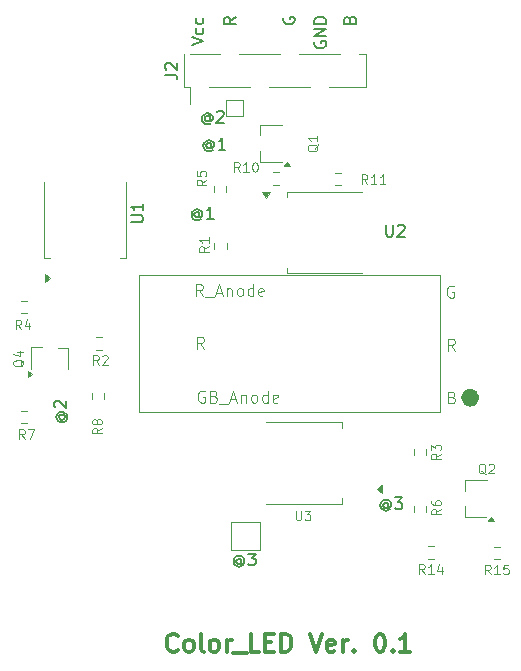
<source format=gbr>
%TF.GenerationSoftware,KiCad,Pcbnew,9.0.2*%
%TF.CreationDate,2025-11-10T02:45:49+09:00*%
%TF.ProjectId,Pmod_PLED,506d6f64-5f50-44c4-9544-2e6b69636164,rev?*%
%TF.SameCoordinates,Original*%
%TF.FileFunction,Legend,Top*%
%TF.FilePolarity,Positive*%
%FSLAX46Y46*%
G04 Gerber Fmt 4.6, Leading zero omitted, Abs format (unit mm)*
G04 Created by KiCad (PCBNEW 9.0.2) date 2025-11-10 02:45:49*
%MOMM*%
%LPD*%
G01*
G04 APERTURE LIST*
%ADD10C,0.150000*%
%ADD11C,0.300000*%
%ADD12C,0.100000*%
%ADD13C,0.120000*%
%ADD14C,0.778011*%
G04 APERTURE END LIST*
D10*
X135296426Y-72240828D02*
X135248807Y-72193209D01*
X135248807Y-72193209D02*
X135153569Y-72145590D01*
X135153569Y-72145590D02*
X135058331Y-72145590D01*
X135058331Y-72145590D02*
X134963093Y-72193209D01*
X134963093Y-72193209D02*
X134915474Y-72240828D01*
X134915474Y-72240828D02*
X134867855Y-72336066D01*
X134867855Y-72336066D02*
X134867855Y-72431304D01*
X134867855Y-72431304D02*
X134915474Y-72526542D01*
X134915474Y-72526542D02*
X134963093Y-72574161D01*
X134963093Y-72574161D02*
X135058331Y-72621780D01*
X135058331Y-72621780D02*
X135153569Y-72621780D01*
X135153569Y-72621780D02*
X135248807Y-72574161D01*
X135248807Y-72574161D02*
X135296426Y-72526542D01*
X135296426Y-72145590D02*
X135296426Y-72526542D01*
X135296426Y-72526542D02*
X135344045Y-72574161D01*
X135344045Y-72574161D02*
X135391664Y-72574161D01*
X135391664Y-72574161D02*
X135486903Y-72526542D01*
X135486903Y-72526542D02*
X135534522Y-72431304D01*
X135534522Y-72431304D02*
X135534522Y-72193209D01*
X135534522Y-72193209D02*
X135439284Y-72050352D01*
X135439284Y-72050352D02*
X135296426Y-71955114D01*
X135296426Y-71955114D02*
X135105950Y-71907495D01*
X135105950Y-71907495D02*
X134915474Y-71955114D01*
X134915474Y-71955114D02*
X134772617Y-72050352D01*
X134772617Y-72050352D02*
X134677379Y-72193209D01*
X134677379Y-72193209D02*
X134629760Y-72383685D01*
X134629760Y-72383685D02*
X134677379Y-72574161D01*
X134677379Y-72574161D02*
X134772617Y-72717019D01*
X134772617Y-72717019D02*
X134915474Y-72812257D01*
X134915474Y-72812257D02*
X135105950Y-72859876D01*
X135105950Y-72859876D02*
X135296426Y-72812257D01*
X135296426Y-72812257D02*
X135439284Y-72717019D01*
X136486902Y-72717019D02*
X135915474Y-72717019D01*
X136201188Y-72717019D02*
X136201188Y-71717019D01*
X136201188Y-71717019D02*
X136105950Y-71859876D01*
X136105950Y-71859876D02*
X136010712Y-71955114D01*
X136010712Y-71955114D02*
X135915474Y-72002733D01*
X134305826Y-78082828D02*
X134258207Y-78035209D01*
X134258207Y-78035209D02*
X134162969Y-77987590D01*
X134162969Y-77987590D02*
X134067731Y-77987590D01*
X134067731Y-77987590D02*
X133972493Y-78035209D01*
X133972493Y-78035209D02*
X133924874Y-78082828D01*
X133924874Y-78082828D02*
X133877255Y-78178066D01*
X133877255Y-78178066D02*
X133877255Y-78273304D01*
X133877255Y-78273304D02*
X133924874Y-78368542D01*
X133924874Y-78368542D02*
X133972493Y-78416161D01*
X133972493Y-78416161D02*
X134067731Y-78463780D01*
X134067731Y-78463780D02*
X134162969Y-78463780D01*
X134162969Y-78463780D02*
X134258207Y-78416161D01*
X134258207Y-78416161D02*
X134305826Y-78368542D01*
X134305826Y-77987590D02*
X134305826Y-78368542D01*
X134305826Y-78368542D02*
X134353445Y-78416161D01*
X134353445Y-78416161D02*
X134401064Y-78416161D01*
X134401064Y-78416161D02*
X134496303Y-78368542D01*
X134496303Y-78368542D02*
X134543922Y-78273304D01*
X134543922Y-78273304D02*
X134543922Y-78035209D01*
X134543922Y-78035209D02*
X134448684Y-77892352D01*
X134448684Y-77892352D02*
X134305826Y-77797114D01*
X134305826Y-77797114D02*
X134115350Y-77749495D01*
X134115350Y-77749495D02*
X133924874Y-77797114D01*
X133924874Y-77797114D02*
X133782017Y-77892352D01*
X133782017Y-77892352D02*
X133686779Y-78035209D01*
X133686779Y-78035209D02*
X133639160Y-78225685D01*
X133639160Y-78225685D02*
X133686779Y-78416161D01*
X133686779Y-78416161D02*
X133782017Y-78559019D01*
X133782017Y-78559019D02*
X133924874Y-78654257D01*
X133924874Y-78654257D02*
X134115350Y-78701876D01*
X134115350Y-78701876D02*
X134305826Y-78654257D01*
X134305826Y-78654257D02*
X134448684Y-78559019D01*
X135496302Y-78559019D02*
X134924874Y-78559019D01*
X135210588Y-78559019D02*
X135210588Y-77559019D01*
X135210588Y-77559019D02*
X135115350Y-77701876D01*
X135115350Y-77701876D02*
X135020112Y-77797114D01*
X135020112Y-77797114D02*
X134924874Y-77844733D01*
X135169426Y-69954828D02*
X135121807Y-69907209D01*
X135121807Y-69907209D02*
X135026569Y-69859590D01*
X135026569Y-69859590D02*
X134931331Y-69859590D01*
X134931331Y-69859590D02*
X134836093Y-69907209D01*
X134836093Y-69907209D02*
X134788474Y-69954828D01*
X134788474Y-69954828D02*
X134740855Y-70050066D01*
X134740855Y-70050066D02*
X134740855Y-70145304D01*
X134740855Y-70145304D02*
X134788474Y-70240542D01*
X134788474Y-70240542D02*
X134836093Y-70288161D01*
X134836093Y-70288161D02*
X134931331Y-70335780D01*
X134931331Y-70335780D02*
X135026569Y-70335780D01*
X135026569Y-70335780D02*
X135121807Y-70288161D01*
X135121807Y-70288161D02*
X135169426Y-70240542D01*
X135169426Y-69859590D02*
X135169426Y-70240542D01*
X135169426Y-70240542D02*
X135217045Y-70288161D01*
X135217045Y-70288161D02*
X135264664Y-70288161D01*
X135264664Y-70288161D02*
X135359903Y-70240542D01*
X135359903Y-70240542D02*
X135407522Y-70145304D01*
X135407522Y-70145304D02*
X135407522Y-69907209D01*
X135407522Y-69907209D02*
X135312284Y-69764352D01*
X135312284Y-69764352D02*
X135169426Y-69669114D01*
X135169426Y-69669114D02*
X134978950Y-69621495D01*
X134978950Y-69621495D02*
X134788474Y-69669114D01*
X134788474Y-69669114D02*
X134645617Y-69764352D01*
X134645617Y-69764352D02*
X134550379Y-69907209D01*
X134550379Y-69907209D02*
X134502760Y-70097685D01*
X134502760Y-70097685D02*
X134550379Y-70288161D01*
X134550379Y-70288161D02*
X134645617Y-70431019D01*
X134645617Y-70431019D02*
X134788474Y-70526257D01*
X134788474Y-70526257D02*
X134978950Y-70573876D01*
X134978950Y-70573876D02*
X135169426Y-70526257D01*
X135169426Y-70526257D02*
X135312284Y-70431019D01*
X135788474Y-69526257D02*
X135836093Y-69478638D01*
X135836093Y-69478638D02*
X135931331Y-69431019D01*
X135931331Y-69431019D02*
X136169426Y-69431019D01*
X136169426Y-69431019D02*
X136264664Y-69478638D01*
X136264664Y-69478638D02*
X136312283Y-69526257D01*
X136312283Y-69526257D02*
X136359902Y-69621495D01*
X136359902Y-69621495D02*
X136359902Y-69716733D01*
X136359902Y-69716733D02*
X136312283Y-69859590D01*
X136312283Y-69859590D02*
X135740855Y-70431019D01*
X135740855Y-70431019D02*
X136359902Y-70431019D01*
X122507428Y-95157773D02*
X122459809Y-95205392D01*
X122459809Y-95205392D02*
X122412190Y-95300630D01*
X122412190Y-95300630D02*
X122412190Y-95395868D01*
X122412190Y-95395868D02*
X122459809Y-95491106D01*
X122459809Y-95491106D02*
X122507428Y-95538725D01*
X122507428Y-95538725D02*
X122602666Y-95586344D01*
X122602666Y-95586344D02*
X122697904Y-95586344D01*
X122697904Y-95586344D02*
X122793142Y-95538725D01*
X122793142Y-95538725D02*
X122840761Y-95491106D01*
X122840761Y-95491106D02*
X122888380Y-95395868D01*
X122888380Y-95395868D02*
X122888380Y-95300630D01*
X122888380Y-95300630D02*
X122840761Y-95205392D01*
X122840761Y-95205392D02*
X122793142Y-95157773D01*
X122412190Y-95157773D02*
X122793142Y-95157773D01*
X122793142Y-95157773D02*
X122840761Y-95110154D01*
X122840761Y-95110154D02*
X122840761Y-95062535D01*
X122840761Y-95062535D02*
X122793142Y-94967296D01*
X122793142Y-94967296D02*
X122697904Y-94919677D01*
X122697904Y-94919677D02*
X122459809Y-94919677D01*
X122459809Y-94919677D02*
X122316952Y-95014916D01*
X122316952Y-95014916D02*
X122221714Y-95157773D01*
X122221714Y-95157773D02*
X122174095Y-95348249D01*
X122174095Y-95348249D02*
X122221714Y-95538725D01*
X122221714Y-95538725D02*
X122316952Y-95681582D01*
X122316952Y-95681582D02*
X122459809Y-95776820D01*
X122459809Y-95776820D02*
X122650285Y-95824439D01*
X122650285Y-95824439D02*
X122840761Y-95776820D01*
X122840761Y-95776820D02*
X122983619Y-95681582D01*
X122983619Y-95681582D02*
X123078857Y-95538725D01*
X123078857Y-95538725D02*
X123126476Y-95348249D01*
X123126476Y-95348249D02*
X123078857Y-95157773D01*
X123078857Y-95157773D02*
X122983619Y-95014916D01*
X122078857Y-94538725D02*
X122031238Y-94491106D01*
X122031238Y-94491106D02*
X121983619Y-94395868D01*
X121983619Y-94395868D02*
X121983619Y-94157773D01*
X121983619Y-94157773D02*
X122031238Y-94062535D01*
X122031238Y-94062535D02*
X122078857Y-94014916D01*
X122078857Y-94014916D02*
X122174095Y-93967297D01*
X122174095Y-93967297D02*
X122269333Y-93967297D01*
X122269333Y-93967297D02*
X122412190Y-94014916D01*
X122412190Y-94014916D02*
X122983619Y-94586344D01*
X122983619Y-94586344D02*
X122983619Y-93967297D01*
X137861826Y-107445228D02*
X137814207Y-107397609D01*
X137814207Y-107397609D02*
X137718969Y-107349990D01*
X137718969Y-107349990D02*
X137623731Y-107349990D01*
X137623731Y-107349990D02*
X137528493Y-107397609D01*
X137528493Y-107397609D02*
X137480874Y-107445228D01*
X137480874Y-107445228D02*
X137433255Y-107540466D01*
X137433255Y-107540466D02*
X137433255Y-107635704D01*
X137433255Y-107635704D02*
X137480874Y-107730942D01*
X137480874Y-107730942D02*
X137528493Y-107778561D01*
X137528493Y-107778561D02*
X137623731Y-107826180D01*
X137623731Y-107826180D02*
X137718969Y-107826180D01*
X137718969Y-107826180D02*
X137814207Y-107778561D01*
X137814207Y-107778561D02*
X137861826Y-107730942D01*
X137861826Y-107349990D02*
X137861826Y-107730942D01*
X137861826Y-107730942D02*
X137909445Y-107778561D01*
X137909445Y-107778561D02*
X137957064Y-107778561D01*
X137957064Y-107778561D02*
X138052303Y-107730942D01*
X138052303Y-107730942D02*
X138099922Y-107635704D01*
X138099922Y-107635704D02*
X138099922Y-107397609D01*
X138099922Y-107397609D02*
X138004684Y-107254752D01*
X138004684Y-107254752D02*
X137861826Y-107159514D01*
X137861826Y-107159514D02*
X137671350Y-107111895D01*
X137671350Y-107111895D02*
X137480874Y-107159514D01*
X137480874Y-107159514D02*
X137338017Y-107254752D01*
X137338017Y-107254752D02*
X137242779Y-107397609D01*
X137242779Y-107397609D02*
X137195160Y-107588085D01*
X137195160Y-107588085D02*
X137242779Y-107778561D01*
X137242779Y-107778561D02*
X137338017Y-107921419D01*
X137338017Y-107921419D02*
X137480874Y-108016657D01*
X137480874Y-108016657D02*
X137671350Y-108064276D01*
X137671350Y-108064276D02*
X137861826Y-108016657D01*
X137861826Y-108016657D02*
X138004684Y-107921419D01*
X138433255Y-106921419D02*
X139052302Y-106921419D01*
X139052302Y-106921419D02*
X138718969Y-107302371D01*
X138718969Y-107302371D02*
X138861826Y-107302371D01*
X138861826Y-107302371D02*
X138957064Y-107349990D01*
X138957064Y-107349990D02*
X139004683Y-107397609D01*
X139004683Y-107397609D02*
X139052302Y-107492847D01*
X139052302Y-107492847D02*
X139052302Y-107730942D01*
X139052302Y-107730942D02*
X139004683Y-107826180D01*
X139004683Y-107826180D02*
X138957064Y-107873800D01*
X138957064Y-107873800D02*
X138861826Y-107921419D01*
X138861826Y-107921419D02*
X138576112Y-107921419D01*
X138576112Y-107921419D02*
X138480874Y-107873800D01*
X138480874Y-107873800D02*
X138433255Y-107826180D01*
X150282426Y-102695428D02*
X150234807Y-102647809D01*
X150234807Y-102647809D02*
X150139569Y-102600190D01*
X150139569Y-102600190D02*
X150044331Y-102600190D01*
X150044331Y-102600190D02*
X149949093Y-102647809D01*
X149949093Y-102647809D02*
X149901474Y-102695428D01*
X149901474Y-102695428D02*
X149853855Y-102790666D01*
X149853855Y-102790666D02*
X149853855Y-102885904D01*
X149853855Y-102885904D02*
X149901474Y-102981142D01*
X149901474Y-102981142D02*
X149949093Y-103028761D01*
X149949093Y-103028761D02*
X150044331Y-103076380D01*
X150044331Y-103076380D02*
X150139569Y-103076380D01*
X150139569Y-103076380D02*
X150234807Y-103028761D01*
X150234807Y-103028761D02*
X150282426Y-102981142D01*
X150282426Y-102600190D02*
X150282426Y-102981142D01*
X150282426Y-102981142D02*
X150330045Y-103028761D01*
X150330045Y-103028761D02*
X150377664Y-103028761D01*
X150377664Y-103028761D02*
X150472903Y-102981142D01*
X150472903Y-102981142D02*
X150520522Y-102885904D01*
X150520522Y-102885904D02*
X150520522Y-102647809D01*
X150520522Y-102647809D02*
X150425284Y-102504952D01*
X150425284Y-102504952D02*
X150282426Y-102409714D01*
X150282426Y-102409714D02*
X150091950Y-102362095D01*
X150091950Y-102362095D02*
X149901474Y-102409714D01*
X149901474Y-102409714D02*
X149758617Y-102504952D01*
X149758617Y-102504952D02*
X149663379Y-102647809D01*
X149663379Y-102647809D02*
X149615760Y-102838285D01*
X149615760Y-102838285D02*
X149663379Y-103028761D01*
X149663379Y-103028761D02*
X149758617Y-103171619D01*
X149758617Y-103171619D02*
X149901474Y-103266857D01*
X149901474Y-103266857D02*
X150091950Y-103314476D01*
X150091950Y-103314476D02*
X150282426Y-103266857D01*
X150282426Y-103266857D02*
X150425284Y-103171619D01*
X150853855Y-102171619D02*
X151472902Y-102171619D01*
X151472902Y-102171619D02*
X151139569Y-102552571D01*
X151139569Y-102552571D02*
X151282426Y-102552571D01*
X151282426Y-102552571D02*
X151377664Y-102600190D01*
X151377664Y-102600190D02*
X151425283Y-102647809D01*
X151425283Y-102647809D02*
X151472902Y-102743047D01*
X151472902Y-102743047D02*
X151472902Y-102981142D01*
X151472902Y-102981142D02*
X151425283Y-103076380D01*
X151425283Y-103076380D02*
X151377664Y-103124000D01*
X151377664Y-103124000D02*
X151282426Y-103171619D01*
X151282426Y-103171619D02*
X150996712Y-103171619D01*
X150996712Y-103171619D02*
X150901474Y-103124000D01*
X150901474Y-103124000D02*
X150853855Y-103076380D01*
X144078438Y-63579211D02*
X144030819Y-63674449D01*
X144030819Y-63674449D02*
X144030819Y-63817306D01*
X144030819Y-63817306D02*
X144078438Y-63960163D01*
X144078438Y-63960163D02*
X144173676Y-64055401D01*
X144173676Y-64055401D02*
X144268914Y-64103020D01*
X144268914Y-64103020D02*
X144459390Y-64150639D01*
X144459390Y-64150639D02*
X144602247Y-64150639D01*
X144602247Y-64150639D02*
X144792723Y-64103020D01*
X144792723Y-64103020D02*
X144887961Y-64055401D01*
X144887961Y-64055401D02*
X144983200Y-63960163D01*
X144983200Y-63960163D02*
X145030819Y-63817306D01*
X145030819Y-63817306D02*
X145030819Y-63722068D01*
X145030819Y-63722068D02*
X144983200Y-63579211D01*
X144983200Y-63579211D02*
X144935580Y-63531592D01*
X144935580Y-63531592D02*
X144602247Y-63531592D01*
X144602247Y-63531592D02*
X144602247Y-63722068D01*
X145030819Y-63103020D02*
X144030819Y-63103020D01*
X144030819Y-63103020D02*
X145030819Y-62531592D01*
X145030819Y-62531592D02*
X144030819Y-62531592D01*
X145030819Y-62055401D02*
X144030819Y-62055401D01*
X144030819Y-62055401D02*
X144030819Y-61817306D01*
X144030819Y-61817306D02*
X144078438Y-61674449D01*
X144078438Y-61674449D02*
X144173676Y-61579211D01*
X144173676Y-61579211D02*
X144268914Y-61531592D01*
X144268914Y-61531592D02*
X144459390Y-61483973D01*
X144459390Y-61483973D02*
X144602247Y-61483973D01*
X144602247Y-61483973D02*
X144792723Y-61531592D01*
X144792723Y-61531592D02*
X144887961Y-61579211D01*
X144887961Y-61579211D02*
X144983200Y-61674449D01*
X144983200Y-61674449D02*
X145030819Y-61817306D01*
X145030819Y-61817306D02*
X145030819Y-62055401D01*
X147021609Y-61712287D02*
X147069228Y-61569430D01*
X147069228Y-61569430D02*
X147116847Y-61521811D01*
X147116847Y-61521811D02*
X147212085Y-61474192D01*
X147212085Y-61474192D02*
X147354942Y-61474192D01*
X147354942Y-61474192D02*
X147450180Y-61521811D01*
X147450180Y-61521811D02*
X147497800Y-61569430D01*
X147497800Y-61569430D02*
X147545419Y-61664668D01*
X147545419Y-61664668D02*
X147545419Y-62045620D01*
X147545419Y-62045620D02*
X146545419Y-62045620D01*
X146545419Y-62045620D02*
X146545419Y-61712287D01*
X146545419Y-61712287D02*
X146593038Y-61617049D01*
X146593038Y-61617049D02*
X146640657Y-61569430D01*
X146640657Y-61569430D02*
X146735895Y-61521811D01*
X146735895Y-61521811D02*
X146831133Y-61521811D01*
X146831133Y-61521811D02*
X146926371Y-61569430D01*
X146926371Y-61569430D02*
X146973990Y-61617049D01*
X146973990Y-61617049D02*
X147021609Y-61712287D01*
X147021609Y-61712287D02*
X147021609Y-62045620D01*
X141436838Y-61547211D02*
X141389219Y-61642449D01*
X141389219Y-61642449D02*
X141389219Y-61785306D01*
X141389219Y-61785306D02*
X141436838Y-61928163D01*
X141436838Y-61928163D02*
X141532076Y-62023401D01*
X141532076Y-62023401D02*
X141627314Y-62071020D01*
X141627314Y-62071020D02*
X141817790Y-62118639D01*
X141817790Y-62118639D02*
X141960647Y-62118639D01*
X141960647Y-62118639D02*
X142151123Y-62071020D01*
X142151123Y-62071020D02*
X142246361Y-62023401D01*
X142246361Y-62023401D02*
X142341600Y-61928163D01*
X142341600Y-61928163D02*
X142389219Y-61785306D01*
X142389219Y-61785306D02*
X142389219Y-61690068D01*
X142389219Y-61690068D02*
X142341600Y-61547211D01*
X142341600Y-61547211D02*
X142293980Y-61499592D01*
X142293980Y-61499592D02*
X141960647Y-61499592D01*
X141960647Y-61499592D02*
X141960647Y-61690068D01*
X137360019Y-61499592D02*
X136883828Y-61832925D01*
X137360019Y-62071020D02*
X136360019Y-62071020D01*
X136360019Y-62071020D02*
X136360019Y-61690068D01*
X136360019Y-61690068D02*
X136407638Y-61594830D01*
X136407638Y-61594830D02*
X136455257Y-61547211D01*
X136455257Y-61547211D02*
X136550495Y-61499592D01*
X136550495Y-61499592D02*
X136693352Y-61499592D01*
X136693352Y-61499592D02*
X136788590Y-61547211D01*
X136788590Y-61547211D02*
X136836209Y-61594830D01*
X136836209Y-61594830D02*
X136883828Y-61690068D01*
X136883828Y-61690068D02*
X136883828Y-62071020D01*
D11*
X132450253Y-115075571D02*
X132378825Y-115147000D01*
X132378825Y-115147000D02*
X132164539Y-115218428D01*
X132164539Y-115218428D02*
X132021682Y-115218428D01*
X132021682Y-115218428D02*
X131807396Y-115147000D01*
X131807396Y-115147000D02*
X131664539Y-115004142D01*
X131664539Y-115004142D02*
X131593110Y-114861285D01*
X131593110Y-114861285D02*
X131521682Y-114575571D01*
X131521682Y-114575571D02*
X131521682Y-114361285D01*
X131521682Y-114361285D02*
X131593110Y-114075571D01*
X131593110Y-114075571D02*
X131664539Y-113932714D01*
X131664539Y-113932714D02*
X131807396Y-113789857D01*
X131807396Y-113789857D02*
X132021682Y-113718428D01*
X132021682Y-113718428D02*
X132164539Y-113718428D01*
X132164539Y-113718428D02*
X132378825Y-113789857D01*
X132378825Y-113789857D02*
X132450253Y-113861285D01*
X133307396Y-115218428D02*
X133164539Y-115147000D01*
X133164539Y-115147000D02*
X133093110Y-115075571D01*
X133093110Y-115075571D02*
X133021682Y-114932714D01*
X133021682Y-114932714D02*
X133021682Y-114504142D01*
X133021682Y-114504142D02*
X133093110Y-114361285D01*
X133093110Y-114361285D02*
X133164539Y-114289857D01*
X133164539Y-114289857D02*
X133307396Y-114218428D01*
X133307396Y-114218428D02*
X133521682Y-114218428D01*
X133521682Y-114218428D02*
X133664539Y-114289857D01*
X133664539Y-114289857D02*
X133735968Y-114361285D01*
X133735968Y-114361285D02*
X133807396Y-114504142D01*
X133807396Y-114504142D02*
X133807396Y-114932714D01*
X133807396Y-114932714D02*
X133735968Y-115075571D01*
X133735968Y-115075571D02*
X133664539Y-115147000D01*
X133664539Y-115147000D02*
X133521682Y-115218428D01*
X133521682Y-115218428D02*
X133307396Y-115218428D01*
X134664539Y-115218428D02*
X134521682Y-115147000D01*
X134521682Y-115147000D02*
X134450253Y-115004142D01*
X134450253Y-115004142D02*
X134450253Y-113718428D01*
X135450253Y-115218428D02*
X135307396Y-115147000D01*
X135307396Y-115147000D02*
X135235967Y-115075571D01*
X135235967Y-115075571D02*
X135164539Y-114932714D01*
X135164539Y-114932714D02*
X135164539Y-114504142D01*
X135164539Y-114504142D02*
X135235967Y-114361285D01*
X135235967Y-114361285D02*
X135307396Y-114289857D01*
X135307396Y-114289857D02*
X135450253Y-114218428D01*
X135450253Y-114218428D02*
X135664539Y-114218428D01*
X135664539Y-114218428D02*
X135807396Y-114289857D01*
X135807396Y-114289857D02*
X135878825Y-114361285D01*
X135878825Y-114361285D02*
X135950253Y-114504142D01*
X135950253Y-114504142D02*
X135950253Y-114932714D01*
X135950253Y-114932714D02*
X135878825Y-115075571D01*
X135878825Y-115075571D02*
X135807396Y-115147000D01*
X135807396Y-115147000D02*
X135664539Y-115218428D01*
X135664539Y-115218428D02*
X135450253Y-115218428D01*
X136593110Y-115218428D02*
X136593110Y-114218428D01*
X136593110Y-114504142D02*
X136664539Y-114361285D01*
X136664539Y-114361285D02*
X136735968Y-114289857D01*
X136735968Y-114289857D02*
X136878825Y-114218428D01*
X136878825Y-114218428D02*
X137021682Y-114218428D01*
X137164539Y-115361285D02*
X138307396Y-115361285D01*
X139378824Y-115218428D02*
X138664538Y-115218428D01*
X138664538Y-115218428D02*
X138664538Y-113718428D01*
X139878824Y-114432714D02*
X140378824Y-114432714D01*
X140593110Y-115218428D02*
X139878824Y-115218428D01*
X139878824Y-115218428D02*
X139878824Y-113718428D01*
X139878824Y-113718428D02*
X140593110Y-113718428D01*
X141235967Y-115218428D02*
X141235967Y-113718428D01*
X141235967Y-113718428D02*
X141593110Y-113718428D01*
X141593110Y-113718428D02*
X141807396Y-113789857D01*
X141807396Y-113789857D02*
X141950253Y-113932714D01*
X141950253Y-113932714D02*
X142021682Y-114075571D01*
X142021682Y-114075571D02*
X142093110Y-114361285D01*
X142093110Y-114361285D02*
X142093110Y-114575571D01*
X142093110Y-114575571D02*
X142021682Y-114861285D01*
X142021682Y-114861285D02*
X141950253Y-115004142D01*
X141950253Y-115004142D02*
X141807396Y-115147000D01*
X141807396Y-115147000D02*
X141593110Y-115218428D01*
X141593110Y-115218428D02*
X141235967Y-115218428D01*
X143664539Y-113718428D02*
X144164539Y-115218428D01*
X144164539Y-115218428D02*
X144664539Y-113718428D01*
X145735967Y-115147000D02*
X145593110Y-115218428D01*
X145593110Y-115218428D02*
X145307396Y-115218428D01*
X145307396Y-115218428D02*
X145164538Y-115147000D01*
X145164538Y-115147000D02*
X145093110Y-115004142D01*
X145093110Y-115004142D02*
X145093110Y-114432714D01*
X145093110Y-114432714D02*
X145164538Y-114289857D01*
X145164538Y-114289857D02*
X145307396Y-114218428D01*
X145307396Y-114218428D02*
X145593110Y-114218428D01*
X145593110Y-114218428D02*
X145735967Y-114289857D01*
X145735967Y-114289857D02*
X145807396Y-114432714D01*
X145807396Y-114432714D02*
X145807396Y-114575571D01*
X145807396Y-114575571D02*
X145093110Y-114718428D01*
X146450252Y-115218428D02*
X146450252Y-114218428D01*
X146450252Y-114504142D02*
X146521681Y-114361285D01*
X146521681Y-114361285D02*
X146593110Y-114289857D01*
X146593110Y-114289857D02*
X146735967Y-114218428D01*
X146735967Y-114218428D02*
X146878824Y-114218428D01*
X147378823Y-115075571D02*
X147450252Y-115147000D01*
X147450252Y-115147000D02*
X147378823Y-115218428D01*
X147378823Y-115218428D02*
X147307395Y-115147000D01*
X147307395Y-115147000D02*
X147378823Y-115075571D01*
X147378823Y-115075571D02*
X147378823Y-115218428D01*
X149521681Y-113718428D02*
X149664538Y-113718428D01*
X149664538Y-113718428D02*
X149807395Y-113789857D01*
X149807395Y-113789857D02*
X149878824Y-113861285D01*
X149878824Y-113861285D02*
X149950252Y-114004142D01*
X149950252Y-114004142D02*
X150021681Y-114289857D01*
X150021681Y-114289857D02*
X150021681Y-114647000D01*
X150021681Y-114647000D02*
X149950252Y-114932714D01*
X149950252Y-114932714D02*
X149878824Y-115075571D01*
X149878824Y-115075571D02*
X149807395Y-115147000D01*
X149807395Y-115147000D02*
X149664538Y-115218428D01*
X149664538Y-115218428D02*
X149521681Y-115218428D01*
X149521681Y-115218428D02*
X149378824Y-115147000D01*
X149378824Y-115147000D02*
X149307395Y-115075571D01*
X149307395Y-115075571D02*
X149235966Y-114932714D01*
X149235966Y-114932714D02*
X149164538Y-114647000D01*
X149164538Y-114647000D02*
X149164538Y-114289857D01*
X149164538Y-114289857D02*
X149235966Y-114004142D01*
X149235966Y-114004142D02*
X149307395Y-113861285D01*
X149307395Y-113861285D02*
X149378824Y-113789857D01*
X149378824Y-113789857D02*
X149521681Y-113718428D01*
X150664537Y-115075571D02*
X150735966Y-115147000D01*
X150735966Y-115147000D02*
X150664537Y-115218428D01*
X150664537Y-115218428D02*
X150593109Y-115147000D01*
X150593109Y-115147000D02*
X150664537Y-115075571D01*
X150664537Y-115075571D02*
X150664537Y-115218428D01*
X152164538Y-115218428D02*
X151307395Y-115218428D01*
X151735966Y-115218428D02*
X151735966Y-113718428D01*
X151735966Y-113718428D02*
X151593109Y-113932714D01*
X151593109Y-113932714D02*
X151450252Y-114075571D01*
X151450252Y-114075571D02*
X151307395Y-114147000D01*
D10*
X133642219Y-63890277D02*
X134642219Y-63556944D01*
X134642219Y-63556944D02*
X133642219Y-63223611D01*
X134594600Y-62461706D02*
X134642219Y-62556944D01*
X134642219Y-62556944D02*
X134642219Y-62747420D01*
X134642219Y-62747420D02*
X134594600Y-62842658D01*
X134594600Y-62842658D02*
X134546980Y-62890277D01*
X134546980Y-62890277D02*
X134451742Y-62937896D01*
X134451742Y-62937896D02*
X134166028Y-62937896D01*
X134166028Y-62937896D02*
X134070790Y-62890277D01*
X134070790Y-62890277D02*
X134023171Y-62842658D01*
X134023171Y-62842658D02*
X133975552Y-62747420D01*
X133975552Y-62747420D02*
X133975552Y-62556944D01*
X133975552Y-62556944D02*
X134023171Y-62461706D01*
X134594600Y-61604563D02*
X134642219Y-61699801D01*
X134642219Y-61699801D02*
X134642219Y-61890277D01*
X134642219Y-61890277D02*
X134594600Y-61985515D01*
X134594600Y-61985515D02*
X134546980Y-62033134D01*
X134546980Y-62033134D02*
X134451742Y-62080753D01*
X134451742Y-62080753D02*
X134166028Y-62080753D01*
X134166028Y-62080753D02*
X134070790Y-62033134D01*
X134070790Y-62033134D02*
X134023171Y-61985515D01*
X134023171Y-61985515D02*
X133975552Y-61890277D01*
X133975552Y-61890277D02*
X133975552Y-61699801D01*
X133975552Y-61699801D02*
X134023171Y-61604563D01*
D12*
X142443276Y-103302695D02*
X142443276Y-103950314D01*
X142443276Y-103950314D02*
X142481371Y-104026504D01*
X142481371Y-104026504D02*
X142519466Y-104064600D01*
X142519466Y-104064600D02*
X142595657Y-104102695D01*
X142595657Y-104102695D02*
X142748038Y-104102695D01*
X142748038Y-104102695D02*
X142824228Y-104064600D01*
X142824228Y-104064600D02*
X142862323Y-104026504D01*
X142862323Y-104026504D02*
X142900419Y-103950314D01*
X142900419Y-103950314D02*
X142900419Y-103302695D01*
X143205180Y-103302695D02*
X143700418Y-103302695D01*
X143700418Y-103302695D02*
X143433752Y-103607457D01*
X143433752Y-103607457D02*
X143548037Y-103607457D01*
X143548037Y-103607457D02*
X143624228Y-103645552D01*
X143624228Y-103645552D02*
X143662323Y-103683647D01*
X143662323Y-103683647D02*
X143700418Y-103759838D01*
X143700418Y-103759838D02*
X143700418Y-103950314D01*
X143700418Y-103950314D02*
X143662323Y-104026504D01*
X143662323Y-104026504D02*
X143624228Y-104064600D01*
X143624228Y-104064600D02*
X143548037Y-104102695D01*
X143548037Y-104102695D02*
X143319466Y-104102695D01*
X143319466Y-104102695D02*
X143243275Y-104064600D01*
X143243275Y-104064600D02*
X143205180Y-104026504D01*
D10*
X131415419Y-66369333D02*
X132129704Y-66369333D01*
X132129704Y-66369333D02*
X132272561Y-66416952D01*
X132272561Y-66416952D02*
X132367800Y-66512190D01*
X132367800Y-66512190D02*
X132415419Y-66655047D01*
X132415419Y-66655047D02*
X132415419Y-66750285D01*
X131510657Y-65940761D02*
X131463038Y-65893142D01*
X131463038Y-65893142D02*
X131415419Y-65797904D01*
X131415419Y-65797904D02*
X131415419Y-65559809D01*
X131415419Y-65559809D02*
X131463038Y-65464571D01*
X131463038Y-65464571D02*
X131510657Y-65416952D01*
X131510657Y-65416952D02*
X131605895Y-65369333D01*
X131605895Y-65369333D02*
X131701133Y-65369333D01*
X131701133Y-65369333D02*
X131843990Y-65416952D01*
X131843990Y-65416952D02*
X132415419Y-65988380D01*
X132415419Y-65988380D02*
X132415419Y-65369333D01*
D12*
X119431685Y-90500190D02*
X119393590Y-90576380D01*
X119393590Y-90576380D02*
X119317400Y-90652571D01*
X119317400Y-90652571D02*
X119203114Y-90766857D01*
X119203114Y-90766857D02*
X119165019Y-90843047D01*
X119165019Y-90843047D02*
X119165019Y-90919238D01*
X119355495Y-90881142D02*
X119317400Y-90957333D01*
X119317400Y-90957333D02*
X119241209Y-91033523D01*
X119241209Y-91033523D02*
X119088828Y-91071619D01*
X119088828Y-91071619D02*
X118822161Y-91071619D01*
X118822161Y-91071619D02*
X118669780Y-91033523D01*
X118669780Y-91033523D02*
X118593590Y-90957333D01*
X118593590Y-90957333D02*
X118555495Y-90881142D01*
X118555495Y-90881142D02*
X118555495Y-90728761D01*
X118555495Y-90728761D02*
X118593590Y-90652571D01*
X118593590Y-90652571D02*
X118669780Y-90576380D01*
X118669780Y-90576380D02*
X118822161Y-90538285D01*
X118822161Y-90538285D02*
X119088828Y-90538285D01*
X119088828Y-90538285D02*
X119241209Y-90576380D01*
X119241209Y-90576380D02*
X119317400Y-90652571D01*
X119317400Y-90652571D02*
X119355495Y-90728761D01*
X119355495Y-90728761D02*
X119355495Y-90881142D01*
X118822161Y-89852571D02*
X119355495Y-89852571D01*
X118517400Y-90043047D02*
X119088828Y-90233524D01*
X119088828Y-90233524D02*
X119088828Y-89738285D01*
X119500667Y-97215095D02*
X119234000Y-96834142D01*
X119043524Y-97215095D02*
X119043524Y-96415095D01*
X119043524Y-96415095D02*
X119348286Y-96415095D01*
X119348286Y-96415095D02*
X119424476Y-96453190D01*
X119424476Y-96453190D02*
X119462571Y-96491285D01*
X119462571Y-96491285D02*
X119500667Y-96567476D01*
X119500667Y-96567476D02*
X119500667Y-96681761D01*
X119500667Y-96681761D02*
X119462571Y-96757952D01*
X119462571Y-96757952D02*
X119424476Y-96796047D01*
X119424476Y-96796047D02*
X119348286Y-96834142D01*
X119348286Y-96834142D02*
X119043524Y-96834142D01*
X119767333Y-96415095D02*
X120300667Y-96415095D01*
X120300667Y-96415095D02*
X119957809Y-97215095D01*
X154746095Y-98454832D02*
X154365142Y-98721499D01*
X154746095Y-98911975D02*
X153946095Y-98911975D01*
X153946095Y-98911975D02*
X153946095Y-98607213D01*
X153946095Y-98607213D02*
X153984190Y-98531023D01*
X153984190Y-98531023D02*
X154022285Y-98492928D01*
X154022285Y-98492928D02*
X154098476Y-98454832D01*
X154098476Y-98454832D02*
X154212761Y-98454832D01*
X154212761Y-98454832D02*
X154288952Y-98492928D01*
X154288952Y-98492928D02*
X154327047Y-98531023D01*
X154327047Y-98531023D02*
X154365142Y-98607213D01*
X154365142Y-98607213D02*
X154365142Y-98911975D01*
X153946095Y-98188166D02*
X153946095Y-97692928D01*
X153946095Y-97692928D02*
X154250857Y-97959594D01*
X154250857Y-97959594D02*
X154250857Y-97845309D01*
X154250857Y-97845309D02*
X154288952Y-97769118D01*
X154288952Y-97769118D02*
X154327047Y-97731023D01*
X154327047Y-97731023D02*
X154403238Y-97692928D01*
X154403238Y-97692928D02*
X154593714Y-97692928D01*
X154593714Y-97692928D02*
X154669904Y-97731023D01*
X154669904Y-97731023D02*
X154708000Y-97769118D01*
X154708000Y-97769118D02*
X154746095Y-97845309D01*
X154746095Y-97845309D02*
X154746095Y-98073880D01*
X154746095Y-98073880D02*
X154708000Y-98150071D01*
X154708000Y-98150071D02*
X154669904Y-98188166D01*
X154746095Y-103155732D02*
X154365142Y-103422399D01*
X154746095Y-103612875D02*
X153946095Y-103612875D01*
X153946095Y-103612875D02*
X153946095Y-103308113D01*
X153946095Y-103308113D02*
X153984190Y-103231923D01*
X153984190Y-103231923D02*
X154022285Y-103193828D01*
X154022285Y-103193828D02*
X154098476Y-103155732D01*
X154098476Y-103155732D02*
X154212761Y-103155732D01*
X154212761Y-103155732D02*
X154288952Y-103193828D01*
X154288952Y-103193828D02*
X154327047Y-103231923D01*
X154327047Y-103231923D02*
X154365142Y-103308113D01*
X154365142Y-103308113D02*
X154365142Y-103612875D01*
X153946095Y-102470018D02*
X153946095Y-102622399D01*
X153946095Y-102622399D02*
X153984190Y-102698590D01*
X153984190Y-102698590D02*
X154022285Y-102736685D01*
X154022285Y-102736685D02*
X154136571Y-102812875D01*
X154136571Y-102812875D02*
X154288952Y-102850971D01*
X154288952Y-102850971D02*
X154593714Y-102850971D01*
X154593714Y-102850971D02*
X154669904Y-102812875D01*
X154669904Y-102812875D02*
X154708000Y-102774780D01*
X154708000Y-102774780D02*
X154746095Y-102698590D01*
X154746095Y-102698590D02*
X154746095Y-102546209D01*
X154746095Y-102546209D02*
X154708000Y-102470018D01*
X154708000Y-102470018D02*
X154669904Y-102431923D01*
X154669904Y-102431923D02*
X154593714Y-102393828D01*
X154593714Y-102393828D02*
X154403238Y-102393828D01*
X154403238Y-102393828D02*
X154327047Y-102431923D01*
X154327047Y-102431923D02*
X154288952Y-102470018D01*
X154288952Y-102470018D02*
X154250857Y-102546209D01*
X154250857Y-102546209D02*
X154250857Y-102698590D01*
X154250857Y-102698590D02*
X154288952Y-102774780D01*
X154288952Y-102774780D02*
X154327047Y-102812875D01*
X154327047Y-102812875D02*
X154403238Y-102850971D01*
X134857895Y-75266532D02*
X134476942Y-75533199D01*
X134857895Y-75723675D02*
X134057895Y-75723675D01*
X134057895Y-75723675D02*
X134057895Y-75418913D01*
X134057895Y-75418913D02*
X134095990Y-75342723D01*
X134095990Y-75342723D02*
X134134085Y-75304628D01*
X134134085Y-75304628D02*
X134210276Y-75266532D01*
X134210276Y-75266532D02*
X134324561Y-75266532D01*
X134324561Y-75266532D02*
X134400752Y-75304628D01*
X134400752Y-75304628D02*
X134438847Y-75342723D01*
X134438847Y-75342723D02*
X134476942Y-75418913D01*
X134476942Y-75418913D02*
X134476942Y-75723675D01*
X134057895Y-74542723D02*
X134057895Y-74923675D01*
X134057895Y-74923675D02*
X134438847Y-74961771D01*
X134438847Y-74961771D02*
X134400752Y-74923675D01*
X134400752Y-74923675D02*
X134362657Y-74847485D01*
X134362657Y-74847485D02*
X134362657Y-74657009D01*
X134362657Y-74657009D02*
X134400752Y-74580818D01*
X134400752Y-74580818D02*
X134438847Y-74542723D01*
X134438847Y-74542723D02*
X134515038Y-74504628D01*
X134515038Y-74504628D02*
X134705514Y-74504628D01*
X134705514Y-74504628D02*
X134781704Y-74542723D01*
X134781704Y-74542723D02*
X134819800Y-74580818D01*
X134819800Y-74580818D02*
X134857895Y-74657009D01*
X134857895Y-74657009D02*
X134857895Y-74847485D01*
X134857895Y-74847485D02*
X134819800Y-74923675D01*
X134819800Y-74923675D02*
X134781704Y-74961771D01*
X144357485Y-72262990D02*
X144319390Y-72339180D01*
X144319390Y-72339180D02*
X144243200Y-72415371D01*
X144243200Y-72415371D02*
X144128914Y-72529657D01*
X144128914Y-72529657D02*
X144090819Y-72605847D01*
X144090819Y-72605847D02*
X144090819Y-72682038D01*
X144281295Y-72643942D02*
X144243200Y-72720133D01*
X144243200Y-72720133D02*
X144167009Y-72796323D01*
X144167009Y-72796323D02*
X144014628Y-72834419D01*
X144014628Y-72834419D02*
X143747961Y-72834419D01*
X143747961Y-72834419D02*
X143595580Y-72796323D01*
X143595580Y-72796323D02*
X143519390Y-72720133D01*
X143519390Y-72720133D02*
X143481295Y-72643942D01*
X143481295Y-72643942D02*
X143481295Y-72491561D01*
X143481295Y-72491561D02*
X143519390Y-72415371D01*
X143519390Y-72415371D02*
X143595580Y-72339180D01*
X143595580Y-72339180D02*
X143747961Y-72301085D01*
X143747961Y-72301085D02*
X144014628Y-72301085D01*
X144014628Y-72301085D02*
X144167009Y-72339180D01*
X144167009Y-72339180D02*
X144243200Y-72415371D01*
X144243200Y-72415371D02*
X144281295Y-72491561D01*
X144281295Y-72491561D02*
X144281295Y-72643942D01*
X144281295Y-71539181D02*
X144281295Y-71996324D01*
X144281295Y-71767752D02*
X143481295Y-71767752D01*
X143481295Y-71767752D02*
X143595580Y-71843943D01*
X143595580Y-71843943D02*
X143671771Y-71920133D01*
X143671771Y-71920133D02*
X143709866Y-71996324D01*
D10*
X128512219Y-78857904D02*
X129321742Y-78857904D01*
X129321742Y-78857904D02*
X129416980Y-78810285D01*
X129416980Y-78810285D02*
X129464600Y-78762666D01*
X129464600Y-78762666D02*
X129512219Y-78667428D01*
X129512219Y-78667428D02*
X129512219Y-78476952D01*
X129512219Y-78476952D02*
X129464600Y-78381714D01*
X129464600Y-78381714D02*
X129416980Y-78334095D01*
X129416980Y-78334095D02*
X129321742Y-78286476D01*
X129321742Y-78286476D02*
X128512219Y-78286476D01*
X129512219Y-77286476D02*
X129512219Y-77857904D01*
X129512219Y-77572190D02*
X128512219Y-77572190D01*
X128512219Y-77572190D02*
X128655076Y-77667428D01*
X128655076Y-77667428D02*
X128750314Y-77762666D01*
X128750314Y-77762666D02*
X128797933Y-77857904D01*
X150103495Y-79079419D02*
X150103495Y-79888942D01*
X150103495Y-79888942D02*
X150151114Y-79984180D01*
X150151114Y-79984180D02*
X150198733Y-80031800D01*
X150198733Y-80031800D02*
X150293971Y-80079419D01*
X150293971Y-80079419D02*
X150484447Y-80079419D01*
X150484447Y-80079419D02*
X150579685Y-80031800D01*
X150579685Y-80031800D02*
X150627304Y-79984180D01*
X150627304Y-79984180D02*
X150674923Y-79888942D01*
X150674923Y-79888942D02*
X150674923Y-79079419D01*
X151103495Y-79174657D02*
X151151114Y-79127038D01*
X151151114Y-79127038D02*
X151246352Y-79079419D01*
X151246352Y-79079419D02*
X151484447Y-79079419D01*
X151484447Y-79079419D02*
X151579685Y-79127038D01*
X151579685Y-79127038D02*
X151627304Y-79174657D01*
X151627304Y-79174657D02*
X151674923Y-79269895D01*
X151674923Y-79269895D02*
X151674923Y-79365133D01*
X151674923Y-79365133D02*
X151627304Y-79507990D01*
X151627304Y-79507990D02*
X151055876Y-80079419D01*
X151055876Y-80079419D02*
X151674923Y-80079419D01*
D12*
X148507514Y-75625095D02*
X148240847Y-75244142D01*
X148050371Y-75625095D02*
X148050371Y-74825095D01*
X148050371Y-74825095D02*
X148355133Y-74825095D01*
X148355133Y-74825095D02*
X148431323Y-74863190D01*
X148431323Y-74863190D02*
X148469418Y-74901285D01*
X148469418Y-74901285D02*
X148507514Y-74977476D01*
X148507514Y-74977476D02*
X148507514Y-75091761D01*
X148507514Y-75091761D02*
X148469418Y-75167952D01*
X148469418Y-75167952D02*
X148431323Y-75206047D01*
X148431323Y-75206047D02*
X148355133Y-75244142D01*
X148355133Y-75244142D02*
X148050371Y-75244142D01*
X149269418Y-75625095D02*
X148812275Y-75625095D01*
X149040847Y-75625095D02*
X149040847Y-74825095D01*
X149040847Y-74825095D02*
X148964656Y-74939380D01*
X148964656Y-74939380D02*
X148888466Y-75015571D01*
X148888466Y-75015571D02*
X148812275Y-75053666D01*
X150031323Y-75625095D02*
X149574180Y-75625095D01*
X149802752Y-75625095D02*
X149802752Y-74825095D01*
X149802752Y-74825095D02*
X149726561Y-74939380D01*
X149726561Y-74939380D02*
X149650371Y-75015571D01*
X149650371Y-75015571D02*
X149574180Y-75053666D01*
X137712514Y-74583695D02*
X137445847Y-74202742D01*
X137255371Y-74583695D02*
X137255371Y-73783695D01*
X137255371Y-73783695D02*
X137560133Y-73783695D01*
X137560133Y-73783695D02*
X137636323Y-73821790D01*
X137636323Y-73821790D02*
X137674418Y-73859885D01*
X137674418Y-73859885D02*
X137712514Y-73936076D01*
X137712514Y-73936076D02*
X137712514Y-74050361D01*
X137712514Y-74050361D02*
X137674418Y-74126552D01*
X137674418Y-74126552D02*
X137636323Y-74164647D01*
X137636323Y-74164647D02*
X137560133Y-74202742D01*
X137560133Y-74202742D02*
X137255371Y-74202742D01*
X138474418Y-74583695D02*
X138017275Y-74583695D01*
X138245847Y-74583695D02*
X138245847Y-73783695D01*
X138245847Y-73783695D02*
X138169656Y-73897980D01*
X138169656Y-73897980D02*
X138093466Y-73974171D01*
X138093466Y-73974171D02*
X138017275Y-74012266D01*
X138969657Y-73783695D02*
X139045847Y-73783695D01*
X139045847Y-73783695D02*
X139122038Y-73821790D01*
X139122038Y-73821790D02*
X139160133Y-73859885D01*
X139160133Y-73859885D02*
X139198228Y-73936076D01*
X139198228Y-73936076D02*
X139236323Y-74088457D01*
X139236323Y-74088457D02*
X139236323Y-74278933D01*
X139236323Y-74278933D02*
X139198228Y-74431314D01*
X139198228Y-74431314D02*
X139160133Y-74507504D01*
X139160133Y-74507504D02*
X139122038Y-74545600D01*
X139122038Y-74545600D02*
X139045847Y-74583695D01*
X139045847Y-74583695D02*
X138969657Y-74583695D01*
X138969657Y-74583695D02*
X138893466Y-74545600D01*
X138893466Y-74545600D02*
X138855371Y-74507504D01*
X138855371Y-74507504D02*
X138817276Y-74431314D01*
X138817276Y-74431314D02*
X138779180Y-74278933D01*
X138779180Y-74278933D02*
X138779180Y-74088457D01*
X138779180Y-74088457D02*
X138817276Y-73936076D01*
X138817276Y-73936076D02*
X138855371Y-73859885D01*
X138855371Y-73859885D02*
X138893466Y-73821790D01*
X138893466Y-73821790D02*
X138969657Y-73783695D01*
X126044095Y-96297732D02*
X125663142Y-96564399D01*
X126044095Y-96754875D02*
X125244095Y-96754875D01*
X125244095Y-96754875D02*
X125244095Y-96450113D01*
X125244095Y-96450113D02*
X125282190Y-96373923D01*
X125282190Y-96373923D02*
X125320285Y-96335828D01*
X125320285Y-96335828D02*
X125396476Y-96297732D01*
X125396476Y-96297732D02*
X125510761Y-96297732D01*
X125510761Y-96297732D02*
X125586952Y-96335828D01*
X125586952Y-96335828D02*
X125625047Y-96373923D01*
X125625047Y-96373923D02*
X125663142Y-96450113D01*
X125663142Y-96450113D02*
X125663142Y-96754875D01*
X125586952Y-95840590D02*
X125548857Y-95916780D01*
X125548857Y-95916780D02*
X125510761Y-95954875D01*
X125510761Y-95954875D02*
X125434571Y-95992971D01*
X125434571Y-95992971D02*
X125396476Y-95992971D01*
X125396476Y-95992971D02*
X125320285Y-95954875D01*
X125320285Y-95954875D02*
X125282190Y-95916780D01*
X125282190Y-95916780D02*
X125244095Y-95840590D01*
X125244095Y-95840590D02*
X125244095Y-95688209D01*
X125244095Y-95688209D02*
X125282190Y-95612018D01*
X125282190Y-95612018D02*
X125320285Y-95573923D01*
X125320285Y-95573923D02*
X125396476Y-95535828D01*
X125396476Y-95535828D02*
X125434571Y-95535828D01*
X125434571Y-95535828D02*
X125510761Y-95573923D01*
X125510761Y-95573923D02*
X125548857Y-95612018D01*
X125548857Y-95612018D02*
X125586952Y-95688209D01*
X125586952Y-95688209D02*
X125586952Y-95840590D01*
X125586952Y-95840590D02*
X125625047Y-95916780D01*
X125625047Y-95916780D02*
X125663142Y-95954875D01*
X125663142Y-95954875D02*
X125739333Y-95992971D01*
X125739333Y-95992971D02*
X125891714Y-95992971D01*
X125891714Y-95992971D02*
X125967904Y-95954875D01*
X125967904Y-95954875D02*
X126006000Y-95916780D01*
X126006000Y-95916780D02*
X126044095Y-95840590D01*
X126044095Y-95840590D02*
X126044095Y-95688209D01*
X126044095Y-95688209D02*
X126006000Y-95612018D01*
X126006000Y-95612018D02*
X125967904Y-95573923D01*
X125967904Y-95573923D02*
X125891714Y-95535828D01*
X125891714Y-95535828D02*
X125739333Y-95535828D01*
X125739333Y-95535828D02*
X125663142Y-95573923D01*
X125663142Y-95573923D02*
X125625047Y-95612018D01*
X125625047Y-95612018D02*
X125586952Y-95688209D01*
X119195867Y-87918695D02*
X118929200Y-87537742D01*
X118738724Y-87918695D02*
X118738724Y-87118695D01*
X118738724Y-87118695D02*
X119043486Y-87118695D01*
X119043486Y-87118695D02*
X119119676Y-87156790D01*
X119119676Y-87156790D02*
X119157771Y-87194885D01*
X119157771Y-87194885D02*
X119195867Y-87271076D01*
X119195867Y-87271076D02*
X119195867Y-87385361D01*
X119195867Y-87385361D02*
X119157771Y-87461552D01*
X119157771Y-87461552D02*
X119119676Y-87499647D01*
X119119676Y-87499647D02*
X119043486Y-87537742D01*
X119043486Y-87537742D02*
X118738724Y-87537742D01*
X119881581Y-87385361D02*
X119881581Y-87918695D01*
X119691105Y-87080600D02*
X119500628Y-87652028D01*
X119500628Y-87652028D02*
X119995867Y-87652028D01*
X158946914Y-108678095D02*
X158680247Y-108297142D01*
X158489771Y-108678095D02*
X158489771Y-107878095D01*
X158489771Y-107878095D02*
X158794533Y-107878095D01*
X158794533Y-107878095D02*
X158870723Y-107916190D01*
X158870723Y-107916190D02*
X158908818Y-107954285D01*
X158908818Y-107954285D02*
X158946914Y-108030476D01*
X158946914Y-108030476D02*
X158946914Y-108144761D01*
X158946914Y-108144761D02*
X158908818Y-108220952D01*
X158908818Y-108220952D02*
X158870723Y-108259047D01*
X158870723Y-108259047D02*
X158794533Y-108297142D01*
X158794533Y-108297142D02*
X158489771Y-108297142D01*
X159708818Y-108678095D02*
X159251675Y-108678095D01*
X159480247Y-108678095D02*
X159480247Y-107878095D01*
X159480247Y-107878095D02*
X159404056Y-107992380D01*
X159404056Y-107992380D02*
X159327866Y-108068571D01*
X159327866Y-108068571D02*
X159251675Y-108106666D01*
X160432628Y-107878095D02*
X160051676Y-107878095D01*
X160051676Y-107878095D02*
X160013580Y-108259047D01*
X160013580Y-108259047D02*
X160051676Y-108220952D01*
X160051676Y-108220952D02*
X160127866Y-108182857D01*
X160127866Y-108182857D02*
X160318342Y-108182857D01*
X160318342Y-108182857D02*
X160394533Y-108220952D01*
X160394533Y-108220952D02*
X160432628Y-108259047D01*
X160432628Y-108259047D02*
X160470723Y-108335238D01*
X160470723Y-108335238D02*
X160470723Y-108525714D01*
X160470723Y-108525714D02*
X160432628Y-108601904D01*
X160432628Y-108601904D02*
X160394533Y-108640000D01*
X160394533Y-108640000D02*
X160318342Y-108678095D01*
X160318342Y-108678095D02*
X160127866Y-108678095D01*
X160127866Y-108678095D02*
X160051676Y-108640000D01*
X160051676Y-108640000D02*
X160013580Y-108601904D01*
X158537409Y-100212285D02*
X158461219Y-100174190D01*
X158461219Y-100174190D02*
X158385028Y-100098000D01*
X158385028Y-100098000D02*
X158270742Y-99983714D01*
X158270742Y-99983714D02*
X158194552Y-99945619D01*
X158194552Y-99945619D02*
X158118361Y-99945619D01*
X158156457Y-100136095D02*
X158080266Y-100098000D01*
X158080266Y-100098000D02*
X158004076Y-100021809D01*
X158004076Y-100021809D02*
X157965980Y-99869428D01*
X157965980Y-99869428D02*
X157965980Y-99602761D01*
X157965980Y-99602761D02*
X158004076Y-99450380D01*
X158004076Y-99450380D02*
X158080266Y-99374190D01*
X158080266Y-99374190D02*
X158156457Y-99336095D01*
X158156457Y-99336095D02*
X158308838Y-99336095D01*
X158308838Y-99336095D02*
X158385028Y-99374190D01*
X158385028Y-99374190D02*
X158461219Y-99450380D01*
X158461219Y-99450380D02*
X158499314Y-99602761D01*
X158499314Y-99602761D02*
X158499314Y-99869428D01*
X158499314Y-99869428D02*
X158461219Y-100021809D01*
X158461219Y-100021809D02*
X158385028Y-100098000D01*
X158385028Y-100098000D02*
X158308838Y-100136095D01*
X158308838Y-100136095D02*
X158156457Y-100136095D01*
X158804075Y-99412285D02*
X158842171Y-99374190D01*
X158842171Y-99374190D02*
X158918361Y-99336095D01*
X158918361Y-99336095D02*
X159108837Y-99336095D01*
X159108837Y-99336095D02*
X159185028Y-99374190D01*
X159185028Y-99374190D02*
X159223123Y-99412285D01*
X159223123Y-99412285D02*
X159261218Y-99488476D01*
X159261218Y-99488476D02*
X159261218Y-99564666D01*
X159261218Y-99564666D02*
X159223123Y-99678952D01*
X159223123Y-99678952D02*
X158765980Y-100136095D01*
X158765980Y-100136095D02*
X159261218Y-100136095D01*
X135086495Y-80905332D02*
X134705542Y-81171999D01*
X135086495Y-81362475D02*
X134286495Y-81362475D01*
X134286495Y-81362475D02*
X134286495Y-81057713D01*
X134286495Y-81057713D02*
X134324590Y-80981523D01*
X134324590Y-80981523D02*
X134362685Y-80943428D01*
X134362685Y-80943428D02*
X134438876Y-80905332D01*
X134438876Y-80905332D02*
X134553161Y-80905332D01*
X134553161Y-80905332D02*
X134629352Y-80943428D01*
X134629352Y-80943428D02*
X134667447Y-80981523D01*
X134667447Y-80981523D02*
X134705542Y-81057713D01*
X134705542Y-81057713D02*
X134705542Y-81362475D01*
X135086495Y-80143428D02*
X135086495Y-80600571D01*
X135086495Y-80371999D02*
X134286495Y-80371999D01*
X134286495Y-80371999D02*
X134400780Y-80448190D01*
X134400780Y-80448190D02*
X134476971Y-80524380D01*
X134476971Y-80524380D02*
X134515066Y-80600571D01*
X125774467Y-90941295D02*
X125507800Y-90560342D01*
X125317324Y-90941295D02*
X125317324Y-90141295D01*
X125317324Y-90141295D02*
X125622086Y-90141295D01*
X125622086Y-90141295D02*
X125698276Y-90179390D01*
X125698276Y-90179390D02*
X125736371Y-90217485D01*
X125736371Y-90217485D02*
X125774467Y-90293676D01*
X125774467Y-90293676D02*
X125774467Y-90407961D01*
X125774467Y-90407961D02*
X125736371Y-90484152D01*
X125736371Y-90484152D02*
X125698276Y-90522247D01*
X125698276Y-90522247D02*
X125622086Y-90560342D01*
X125622086Y-90560342D02*
X125317324Y-90560342D01*
X126079228Y-90217485D02*
X126117324Y-90179390D01*
X126117324Y-90179390D02*
X126193514Y-90141295D01*
X126193514Y-90141295D02*
X126383990Y-90141295D01*
X126383990Y-90141295D02*
X126460181Y-90179390D01*
X126460181Y-90179390D02*
X126498276Y-90217485D01*
X126498276Y-90217485D02*
X126536371Y-90293676D01*
X126536371Y-90293676D02*
X126536371Y-90369866D01*
X126536371Y-90369866D02*
X126498276Y-90484152D01*
X126498276Y-90484152D02*
X126041133Y-90941295D01*
X126041133Y-90941295D02*
X126536371Y-90941295D01*
X153358914Y-108627295D02*
X153092247Y-108246342D01*
X152901771Y-108627295D02*
X152901771Y-107827295D01*
X152901771Y-107827295D02*
X153206533Y-107827295D01*
X153206533Y-107827295D02*
X153282723Y-107865390D01*
X153282723Y-107865390D02*
X153320818Y-107903485D01*
X153320818Y-107903485D02*
X153358914Y-107979676D01*
X153358914Y-107979676D02*
X153358914Y-108093961D01*
X153358914Y-108093961D02*
X153320818Y-108170152D01*
X153320818Y-108170152D02*
X153282723Y-108208247D01*
X153282723Y-108208247D02*
X153206533Y-108246342D01*
X153206533Y-108246342D02*
X152901771Y-108246342D01*
X154120818Y-108627295D02*
X153663675Y-108627295D01*
X153892247Y-108627295D02*
X153892247Y-107827295D01*
X153892247Y-107827295D02*
X153816056Y-107941580D01*
X153816056Y-107941580D02*
X153739866Y-108017771D01*
X153739866Y-108017771D02*
X153663675Y-108055866D01*
X154806533Y-108093961D02*
X154806533Y-108627295D01*
X154616057Y-107789200D02*
X154425580Y-108360628D01*
X154425580Y-108360628D02*
X154920819Y-108360628D01*
X134736493Y-93179438D02*
X134641255Y-93131819D01*
X134641255Y-93131819D02*
X134498398Y-93131819D01*
X134498398Y-93131819D02*
X134355541Y-93179438D01*
X134355541Y-93179438D02*
X134260303Y-93274676D01*
X134260303Y-93274676D02*
X134212684Y-93369914D01*
X134212684Y-93369914D02*
X134165065Y-93560390D01*
X134165065Y-93560390D02*
X134165065Y-93703247D01*
X134165065Y-93703247D02*
X134212684Y-93893723D01*
X134212684Y-93893723D02*
X134260303Y-93988961D01*
X134260303Y-93988961D02*
X134355541Y-94084200D01*
X134355541Y-94084200D02*
X134498398Y-94131819D01*
X134498398Y-94131819D02*
X134593636Y-94131819D01*
X134593636Y-94131819D02*
X134736493Y-94084200D01*
X134736493Y-94084200D02*
X134784112Y-94036580D01*
X134784112Y-94036580D02*
X134784112Y-93703247D01*
X134784112Y-93703247D02*
X134593636Y-93703247D01*
X135546017Y-93608009D02*
X135688874Y-93655628D01*
X135688874Y-93655628D02*
X135736493Y-93703247D01*
X135736493Y-93703247D02*
X135784112Y-93798485D01*
X135784112Y-93798485D02*
X135784112Y-93941342D01*
X135784112Y-93941342D02*
X135736493Y-94036580D01*
X135736493Y-94036580D02*
X135688874Y-94084200D01*
X135688874Y-94084200D02*
X135593636Y-94131819D01*
X135593636Y-94131819D02*
X135212684Y-94131819D01*
X135212684Y-94131819D02*
X135212684Y-93131819D01*
X135212684Y-93131819D02*
X135546017Y-93131819D01*
X135546017Y-93131819D02*
X135641255Y-93179438D01*
X135641255Y-93179438D02*
X135688874Y-93227057D01*
X135688874Y-93227057D02*
X135736493Y-93322295D01*
X135736493Y-93322295D02*
X135736493Y-93417533D01*
X135736493Y-93417533D02*
X135688874Y-93512771D01*
X135688874Y-93512771D02*
X135641255Y-93560390D01*
X135641255Y-93560390D02*
X135546017Y-93608009D01*
X135546017Y-93608009D02*
X135212684Y-93608009D01*
X135974589Y-94227057D02*
X136736493Y-94227057D01*
X136926970Y-93846104D02*
X137403160Y-93846104D01*
X136831732Y-94131819D02*
X137165065Y-93131819D01*
X137165065Y-93131819D02*
X137498398Y-94131819D01*
X137831732Y-93465152D02*
X137831732Y-94131819D01*
X137831732Y-93560390D02*
X137879351Y-93512771D01*
X137879351Y-93512771D02*
X137974589Y-93465152D01*
X137974589Y-93465152D02*
X138117446Y-93465152D01*
X138117446Y-93465152D02*
X138212684Y-93512771D01*
X138212684Y-93512771D02*
X138260303Y-93608009D01*
X138260303Y-93608009D02*
X138260303Y-94131819D01*
X138879351Y-94131819D02*
X138784113Y-94084200D01*
X138784113Y-94084200D02*
X138736494Y-94036580D01*
X138736494Y-94036580D02*
X138688875Y-93941342D01*
X138688875Y-93941342D02*
X138688875Y-93655628D01*
X138688875Y-93655628D02*
X138736494Y-93560390D01*
X138736494Y-93560390D02*
X138784113Y-93512771D01*
X138784113Y-93512771D02*
X138879351Y-93465152D01*
X138879351Y-93465152D02*
X139022208Y-93465152D01*
X139022208Y-93465152D02*
X139117446Y-93512771D01*
X139117446Y-93512771D02*
X139165065Y-93560390D01*
X139165065Y-93560390D02*
X139212684Y-93655628D01*
X139212684Y-93655628D02*
X139212684Y-93941342D01*
X139212684Y-93941342D02*
X139165065Y-94036580D01*
X139165065Y-94036580D02*
X139117446Y-94084200D01*
X139117446Y-94084200D02*
X139022208Y-94131819D01*
X139022208Y-94131819D02*
X138879351Y-94131819D01*
X140069827Y-94131819D02*
X140069827Y-93131819D01*
X140069827Y-94084200D02*
X139974589Y-94131819D01*
X139974589Y-94131819D02*
X139784113Y-94131819D01*
X139784113Y-94131819D02*
X139688875Y-94084200D01*
X139688875Y-94084200D02*
X139641256Y-94036580D01*
X139641256Y-94036580D02*
X139593637Y-93941342D01*
X139593637Y-93941342D02*
X139593637Y-93655628D01*
X139593637Y-93655628D02*
X139641256Y-93560390D01*
X139641256Y-93560390D02*
X139688875Y-93512771D01*
X139688875Y-93512771D02*
X139784113Y-93465152D01*
X139784113Y-93465152D02*
X139974589Y-93465152D01*
X139974589Y-93465152D02*
X140069827Y-93512771D01*
X140926970Y-94084200D02*
X140831732Y-94131819D01*
X140831732Y-94131819D02*
X140641256Y-94131819D01*
X140641256Y-94131819D02*
X140546018Y-94084200D01*
X140546018Y-94084200D02*
X140498399Y-93988961D01*
X140498399Y-93988961D02*
X140498399Y-93608009D01*
X140498399Y-93608009D02*
X140546018Y-93512771D01*
X140546018Y-93512771D02*
X140641256Y-93465152D01*
X140641256Y-93465152D02*
X140831732Y-93465152D01*
X140831732Y-93465152D02*
X140926970Y-93512771D01*
X140926970Y-93512771D02*
X140974589Y-93608009D01*
X140974589Y-93608009D02*
X140974589Y-93703247D01*
X140974589Y-93703247D02*
X140498399Y-93798485D01*
X134682512Y-89559819D02*
X134349179Y-89083628D01*
X134111084Y-89559819D02*
X134111084Y-88559819D01*
X134111084Y-88559819D02*
X134492036Y-88559819D01*
X134492036Y-88559819D02*
X134587274Y-88607438D01*
X134587274Y-88607438D02*
X134634893Y-88655057D01*
X134634893Y-88655057D02*
X134682512Y-88750295D01*
X134682512Y-88750295D02*
X134682512Y-88893152D01*
X134682512Y-88893152D02*
X134634893Y-88988390D01*
X134634893Y-88988390D02*
X134587274Y-89036009D01*
X134587274Y-89036009D02*
X134492036Y-89083628D01*
X134492036Y-89083628D02*
X134111084Y-89083628D01*
X155916912Y-89737619D02*
X155583579Y-89261428D01*
X155345484Y-89737619D02*
X155345484Y-88737619D01*
X155345484Y-88737619D02*
X155726436Y-88737619D01*
X155726436Y-88737619D02*
X155821674Y-88785238D01*
X155821674Y-88785238D02*
X155869293Y-88832857D01*
X155869293Y-88832857D02*
X155916912Y-88928095D01*
X155916912Y-88928095D02*
X155916912Y-89070952D01*
X155916912Y-89070952D02*
X155869293Y-89166190D01*
X155869293Y-89166190D02*
X155821674Y-89213809D01*
X155821674Y-89213809D02*
X155726436Y-89261428D01*
X155726436Y-89261428D02*
X155345484Y-89261428D01*
X155704217Y-93684209D02*
X155847074Y-93731828D01*
X155847074Y-93731828D02*
X155894693Y-93779447D01*
X155894693Y-93779447D02*
X155942312Y-93874685D01*
X155942312Y-93874685D02*
X155942312Y-94017542D01*
X155942312Y-94017542D02*
X155894693Y-94112780D01*
X155894693Y-94112780D02*
X155847074Y-94160400D01*
X155847074Y-94160400D02*
X155751836Y-94208019D01*
X155751836Y-94208019D02*
X155370884Y-94208019D01*
X155370884Y-94208019D02*
X155370884Y-93208019D01*
X155370884Y-93208019D02*
X155704217Y-93208019D01*
X155704217Y-93208019D02*
X155799455Y-93255638D01*
X155799455Y-93255638D02*
X155847074Y-93303257D01*
X155847074Y-93303257D02*
X155894693Y-93398495D01*
X155894693Y-93398495D02*
X155894693Y-93493733D01*
X155894693Y-93493733D02*
X155847074Y-93588971D01*
X155847074Y-93588971D02*
X155799455Y-93636590D01*
X155799455Y-93636590D02*
X155704217Y-93684209D01*
X155704217Y-93684209D02*
X155370884Y-93684209D01*
X155818493Y-84289438D02*
X155723255Y-84241819D01*
X155723255Y-84241819D02*
X155580398Y-84241819D01*
X155580398Y-84241819D02*
X155437541Y-84289438D01*
X155437541Y-84289438D02*
X155342303Y-84384676D01*
X155342303Y-84384676D02*
X155294684Y-84479914D01*
X155294684Y-84479914D02*
X155247065Y-84670390D01*
X155247065Y-84670390D02*
X155247065Y-84813247D01*
X155247065Y-84813247D02*
X155294684Y-85003723D01*
X155294684Y-85003723D02*
X155342303Y-85098961D01*
X155342303Y-85098961D02*
X155437541Y-85194200D01*
X155437541Y-85194200D02*
X155580398Y-85241819D01*
X155580398Y-85241819D02*
X155675636Y-85241819D01*
X155675636Y-85241819D02*
X155818493Y-85194200D01*
X155818493Y-85194200D02*
X155866112Y-85146580D01*
X155866112Y-85146580D02*
X155866112Y-84813247D01*
X155866112Y-84813247D02*
X155675636Y-84813247D01*
X134580912Y-85114819D02*
X134247579Y-84638628D01*
X134009484Y-85114819D02*
X134009484Y-84114819D01*
X134009484Y-84114819D02*
X134390436Y-84114819D01*
X134390436Y-84114819D02*
X134485674Y-84162438D01*
X134485674Y-84162438D02*
X134533293Y-84210057D01*
X134533293Y-84210057D02*
X134580912Y-84305295D01*
X134580912Y-84305295D02*
X134580912Y-84448152D01*
X134580912Y-84448152D02*
X134533293Y-84543390D01*
X134533293Y-84543390D02*
X134485674Y-84591009D01*
X134485674Y-84591009D02*
X134390436Y-84638628D01*
X134390436Y-84638628D02*
X134009484Y-84638628D01*
X134771389Y-85210057D02*
X135533293Y-85210057D01*
X135723770Y-84829104D02*
X136199960Y-84829104D01*
X135628532Y-85114819D02*
X135961865Y-84114819D01*
X135961865Y-84114819D02*
X136295198Y-85114819D01*
X136628532Y-84448152D02*
X136628532Y-85114819D01*
X136628532Y-84543390D02*
X136676151Y-84495771D01*
X136676151Y-84495771D02*
X136771389Y-84448152D01*
X136771389Y-84448152D02*
X136914246Y-84448152D01*
X136914246Y-84448152D02*
X137009484Y-84495771D01*
X137009484Y-84495771D02*
X137057103Y-84591009D01*
X137057103Y-84591009D02*
X137057103Y-85114819D01*
X137676151Y-85114819D02*
X137580913Y-85067200D01*
X137580913Y-85067200D02*
X137533294Y-85019580D01*
X137533294Y-85019580D02*
X137485675Y-84924342D01*
X137485675Y-84924342D02*
X137485675Y-84638628D01*
X137485675Y-84638628D02*
X137533294Y-84543390D01*
X137533294Y-84543390D02*
X137580913Y-84495771D01*
X137580913Y-84495771D02*
X137676151Y-84448152D01*
X137676151Y-84448152D02*
X137819008Y-84448152D01*
X137819008Y-84448152D02*
X137914246Y-84495771D01*
X137914246Y-84495771D02*
X137961865Y-84543390D01*
X137961865Y-84543390D02*
X138009484Y-84638628D01*
X138009484Y-84638628D02*
X138009484Y-84924342D01*
X138009484Y-84924342D02*
X137961865Y-85019580D01*
X137961865Y-85019580D02*
X137914246Y-85067200D01*
X137914246Y-85067200D02*
X137819008Y-85114819D01*
X137819008Y-85114819D02*
X137676151Y-85114819D01*
X138866627Y-85114819D02*
X138866627Y-84114819D01*
X138866627Y-85067200D02*
X138771389Y-85114819D01*
X138771389Y-85114819D02*
X138580913Y-85114819D01*
X138580913Y-85114819D02*
X138485675Y-85067200D01*
X138485675Y-85067200D02*
X138438056Y-85019580D01*
X138438056Y-85019580D02*
X138390437Y-84924342D01*
X138390437Y-84924342D02*
X138390437Y-84638628D01*
X138390437Y-84638628D02*
X138438056Y-84543390D01*
X138438056Y-84543390D02*
X138485675Y-84495771D01*
X138485675Y-84495771D02*
X138580913Y-84448152D01*
X138580913Y-84448152D02*
X138771389Y-84448152D01*
X138771389Y-84448152D02*
X138866627Y-84495771D01*
X139723770Y-85067200D02*
X139628532Y-85114819D01*
X139628532Y-85114819D02*
X139438056Y-85114819D01*
X139438056Y-85114819D02*
X139342818Y-85067200D01*
X139342818Y-85067200D02*
X139295199Y-84971961D01*
X139295199Y-84971961D02*
X139295199Y-84591009D01*
X139295199Y-84591009D02*
X139342818Y-84495771D01*
X139342818Y-84495771D02*
X139438056Y-84448152D01*
X139438056Y-84448152D02*
X139628532Y-84448152D01*
X139628532Y-84448152D02*
X139723770Y-84495771D01*
X139723770Y-84495771D02*
X139771389Y-84591009D01*
X139771389Y-84591009D02*
X139771389Y-84686247D01*
X139771389Y-84686247D02*
X139295199Y-84781485D01*
D13*
%TO.C,U3*%
X149783800Y-101777800D02*
X149313800Y-101437800D01*
X149783800Y-101097800D01*
X149783800Y-101777800D01*
G36*
X149783800Y-101777800D02*
G01*
X149313800Y-101437800D01*
X149783800Y-101097800D01*
X149783800Y-101777800D01*
G37*
X139942800Y-95787800D02*
X146362800Y-95787800D01*
X139942800Y-102687800D02*
X146362800Y-102687800D01*
X146362800Y-95787800D02*
X146362800Y-96257800D01*
X146362800Y-102687800D02*
X146362800Y-102217800D01*
%TO.C,REF\u002A\u002A*%
X137001400Y-104235400D02*
X139401400Y-104235400D01*
X137001400Y-106635400D02*
X137001400Y-104235400D01*
X139401400Y-104235400D02*
X139401400Y-106635400D01*
X139401400Y-106635400D02*
X137001400Y-106635400D01*
%TO.C,J2*%
X147850600Y-64656000D02*
X148420600Y-64656000D01*
X142770600Y-64656000D02*
X146230600Y-64656000D01*
X137690600Y-64656000D02*
X141150600Y-64656000D01*
X133530600Y-64656000D02*
X136070600Y-64656000D01*
X148420600Y-67416000D02*
X148420600Y-64656000D01*
X145310600Y-67416000D02*
X148420600Y-67416000D01*
X140230600Y-67416000D02*
X143690600Y-67416000D01*
X135150600Y-67416000D02*
X138610600Y-67416000D01*
X133530600Y-67416000D02*
X133530600Y-68886000D01*
X132960600Y-67416000D02*
X132960600Y-64656000D01*
X132960600Y-67416000D02*
X133530600Y-67416000D01*
%TO.C,Q4*%
X122310600Y-89479000D02*
X123200600Y-89479000D01*
X123200600Y-89479000D02*
X123200600Y-91329000D01*
X120080600Y-89464000D02*
X120080600Y-91314000D01*
X120080600Y-89464000D02*
X120970600Y-89464000D01*
X120090600Y-91704000D02*
X119760600Y-91944000D01*
X119760600Y-91464000D01*
X120090600Y-91704000D01*
G36*
X120090600Y-91704000D02*
G01*
X119760600Y-91944000D01*
X119760600Y-91464000D01*
X120090600Y-91704000D01*
G37*
%TO.C,REF\u002A\u002A*%
X136561600Y-68489600D02*
X137961600Y-68489600D01*
X136561600Y-69889600D02*
X136561600Y-68489600D01*
X137961600Y-68489600D02*
X137961600Y-69889600D01*
X137961600Y-69889600D02*
X136561600Y-69889600D01*
%TO.C,R7*%
X119685524Y-95874100D02*
X119176076Y-95874100D01*
X119685524Y-94829100D02*
X119176076Y-94829100D01*
%TO.C,R3*%
X153506700Y-98576224D02*
X153506700Y-98066776D01*
X152461700Y-98576224D02*
X152461700Y-98066776D01*
%TO.C,R6*%
X153481300Y-103429524D02*
X153481300Y-102920076D01*
X152436300Y-103429524D02*
X152436300Y-102920076D01*
%TO.C,R5*%
X135545300Y-75818276D02*
X135545300Y-76327724D01*
X136590300Y-75818276D02*
X136590300Y-76327724D01*
%TO.C,Q1*%
X141931200Y-74066800D02*
X141451200Y-74066800D01*
X141691200Y-73736800D01*
X141931200Y-74066800D01*
G36*
X141931200Y-74066800D02*
G01*
X141451200Y-74066800D01*
X141691200Y-73736800D01*
X141931200Y-74066800D01*
G37*
X139451200Y-73746800D02*
X139451200Y-72856800D01*
X139451200Y-73746800D02*
X141301200Y-73746800D01*
X139466200Y-70626800D02*
X141316200Y-70626800D01*
X139466200Y-71516800D02*
X139466200Y-70626800D01*
%TO.C,U1*%
X121672400Y-83616800D02*
X121202400Y-83956800D01*
X121202400Y-83276800D01*
X121672400Y-83616800D01*
G36*
X121672400Y-83616800D02*
G01*
X121202400Y-83956800D01*
X121202400Y-83276800D01*
X121672400Y-83616800D01*
G37*
X128062400Y-75466800D02*
X128062400Y-81886800D01*
X121162400Y-75466800D02*
X121162400Y-81886800D01*
X128062400Y-81886800D02*
X127592400Y-81886800D01*
X121162400Y-81886800D02*
X121632400Y-81886800D01*
%TO.C,U2*%
X139951800Y-76791600D02*
X139611800Y-76321600D01*
X140291800Y-76321600D01*
X139951800Y-76791600D01*
G36*
X139951800Y-76791600D02*
G01*
X139611800Y-76321600D01*
X140291800Y-76321600D01*
X139951800Y-76791600D01*
G37*
X148101800Y-83181600D02*
X141681800Y-83181600D01*
X148101800Y-76281600D02*
X141681800Y-76281600D01*
X141681800Y-83181600D02*
X141681800Y-82711600D01*
X141681800Y-76281600D02*
X141681800Y-76751600D01*
%TO.C,R11*%
X146279324Y-74661500D02*
X145769876Y-74661500D01*
X146279324Y-75706500D02*
X145769876Y-75706500D01*
%TO.C,R10*%
X141021524Y-74636100D02*
X140512076Y-74636100D01*
X141021524Y-75681100D02*
X140512076Y-75681100D01*
%TO.C,R8*%
X125182100Y-93293476D02*
X125182100Y-93802924D01*
X126227100Y-93293476D02*
X126227100Y-93802924D01*
%TO.C,R4*%
X119176076Y-86552300D02*
X119685524Y-86552300D01*
X119176076Y-85507300D02*
X119685524Y-85507300D01*
%TO.C,R15*%
X159715924Y-107405700D02*
X159206476Y-107405700D01*
X159715924Y-106360700D02*
X159206476Y-106360700D01*
%TO.C,Q2*%
X156763600Y-101584500D02*
X156763600Y-100694500D01*
X156763600Y-100694500D02*
X158613600Y-100694500D01*
X156748600Y-103814500D02*
X158598600Y-103814500D01*
X156748600Y-103814500D02*
X156748600Y-102924500D01*
X159228600Y-104134500D02*
X158748600Y-104134500D01*
X158988600Y-103804500D01*
X159228600Y-104134500D01*
G36*
X159228600Y-104134500D02*
G01*
X158748600Y-104134500D01*
X158988600Y-103804500D01*
X159228600Y-104134500D01*
G37*
%TO.C,R1*%
X136615700Y-80618876D02*
X136615700Y-81128324D01*
X135570700Y-80618876D02*
X135570700Y-81128324D01*
%TO.C,R2*%
X125551476Y-88606100D02*
X126060924Y-88606100D01*
X125551476Y-89651100D02*
X126060924Y-89651100D01*
%TO.C,R14*%
X154127924Y-107354900D02*
X153618476Y-107354900D01*
X154127924Y-106309900D02*
X153618476Y-106309900D01*
%TO.C,D1*%
D12*
X154659000Y-94954000D02*
X129159000Y-94954000D01*
X129159000Y-83354000D01*
X154659000Y-83354000D01*
X154659000Y-94954000D01*
D14*
X157615005Y-93726000D02*
G75*
G02*
X156836995Y-93726000I-389005J0D01*
G01*
X156836995Y-93726000D02*
G75*
G02*
X157615005Y-93726000I389005J0D01*
G01*
%TD*%
M02*

</source>
